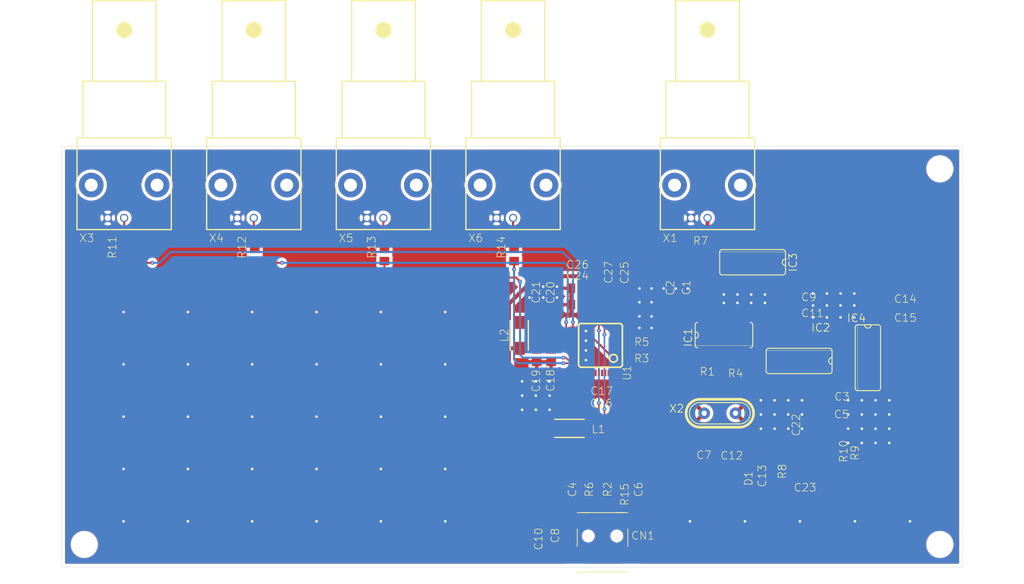
<source format=kicad_pcb>
(kicad_pcb (version 20171130) (host pcbnew 5.1.10)
  (layers (0 Top signal) (31 Bottom signal) (34 B.Paste user) (35 F.Paste user) (36 B.SilkS user) (37 F.SilkS user) (38 B.Mask user) (39 F.Mask user) (44 Edge.Cuts user))
  (net 0 "")
  (net 1 GND)
  (net 2 N$1)
  (net 3 +5V)
  (net 4 USB_DP)
  (net 5 USB_DM)
  (net 6 12M)
  (net 7 INP_A)
  (net 8 INP_B)
  (net 9 N$3)
  (net 10 N$4)
  (net 11 N$5)
  (net 12 N$6)
  (net 13 OUT_A)
  (net 14 OUT_B)
  (net 15 N$11)
  (net 16 N$13)
  (net 17 N$10)
  (net 18 N$8)
  (net 19 N$14)
  (net 20 N$17)
  (net 21 N$18)
  (net 22 V_TUNE)
  (net 23 N$19)
  (net 24 N$20)
  (net 25 N$21)
  (net 26 N$23)
  (net 27 N$26)
  (net 28 N$27)
  (net 29 N$7)
  (net 30 N$22)
  (net 31 DP)
  (net 32 N$2)
  (net 33 N$9)
  (module MountingHole:MountingHole_3.2mm_M3_ISO7380 (layer Top) (at 82.5 134)
    (fp_text reference " " (at 0 -3.85) (layer F.SilkS))
    (fp_text value MountingHole_3.2mm_M3_ISO7380)
    (pad 1 np_thru_hole circle (at 0 0) (size 3.2 3.2) (drill 3.2) (layers *.Cu *.Mask))
  )
  (module MountingHole:MountingHole_3.2mm_M3_ISO7380 (layer Top) (at 214.5 134)
    (fp_text reference " " (at 0 -3.85) (layer F.SilkS))
    (fp_text value MountingHole_3.2mm_M3_ISO7380)
    (pad 1 np_thru_hole circle (at 0 0) (size 3.2 3.2) (drill 3.2) (layers *.Cu *.Mask))
  )
  (module MountingHole:MountingHole_3.2mm_M3_ISO7380 (layer Top) (at 214.5 76)
    (fp_text reference " " (at -6 0.5) (layer F.SilkS))
    (fp_text value MountingHole_3.2mm_M3_ISO7380)
    (pad 1 np_thru_hole circle (at 0 0) (size 3.2 3.2) (drill 3.2) (layers *.Cu *.Mask))
  )
  (module SO16 (layer Top) (at 192.786 105.664 180)
    (fp_text reference IC2 (at -4.8895 5.842) (layer F.SilkS) (effects (font (size 1.2065 1.2065) (thickness 0.127)) (justify right top)))
    (fp_text value 74HCT4017D)
    (pad 9 smd rect (at 4.445 -3.0734 180) (size 0.6604 2.032) (layers Top F.Paste F.Mask))
    (pad 8 smd rect (at 4.445 3.0734 180) (size 0.6604 2.032) (layers Top F.Paste F.Mask) (net 1 GND))
    (pad 10 smd rect (at 3.175 -3.0734 180) (size 0.6604 2.032) (layers Top F.Paste F.Mask))
    (pad 11 smd rect (at 1.905 -3.0734 180) (size 0.6604 2.032) (layers Top F.Paste F.Mask))
    (pad 7 smd rect (at 3.175 3.0734 180) (size 0.6604 2.032) (layers Top F.Paste F.Mask))
    (pad 6 smd rect (at 1.905 3.0734 180) (size 0.6604 2.032) (layers Top F.Paste F.Mask))
    (pad 12 smd rect (at 0.635 -3.0734 180) (size 0.6604 2.032) (layers Top F.Paste F.Mask))
    (pad 5 smd rect (at 0.635 3.0734 180) (size 0.6604 2.032) (layers Top F.Paste F.Mask) (net 17 N$10))
    (pad 13 smd rect (at -0.635 -3.0734 180) (size 0.6604 2.032) (layers Top F.Paste F.Mask) (net 1 GND))
    (pad 4 smd rect (at -0.635 3.0734 180) (size 0.6604 2.032) (layers Top F.Paste F.Mask))
    (pad 14 smd rect (at -1.905 -3.0734 180) (size 0.6604 2.032) (layers Top F.Paste F.Mask) (net 23 N$19))
    (pad 15 smd rect (at -3.175 -3.0734 180) (size 0.6604 2.032) (layers Top F.Paste F.Mask) (net 17 N$10))
    (pad 3 smd rect (at -1.905 3.0734 180) (size 0.6604 2.032) (layers Top F.Paste F.Mask))
    (pad 2 smd rect (at -3.175 3.0734 180) (size 0.6604 2.032) (layers Top F.Paste F.Mask))
    (pad 16 smd rect (at -4.445 -3.0734 180) (size 0.6604 2.032) (layers Top F.Paste F.Mask) (net 3 +5V))
    (pad 1 smd rect (at -4.445 3.0734 180) (size 0.6604 2.032) (layers Top F.Paste F.Mask))
  )
  (module C0805 (layer Top) (at 205.5139 98.6411 180)
    (fp_text reference C15 (at -5.4966 0.3431 180) (layer F.SilkS) (effects (font (size 1.2065 1.2065) (thickness 0.1016)) (justify right top)))
    (fp_text value 100n)
    (pad 2 smd rect (at 0.95 0 180) (size 1.3 1.5) (layers Top F.Paste F.Mask) (net 1 GND))
    (pad 1 smd rect (at -0.95 0 180) (size 1.3 1.5) (layers Top F.Paste F.Mask) (net 3 +5V))
  )
  (module C0805 (layer Top) (at 205.5139 95.7836 180)
    (fp_text reference C14 (at -5.4966 0.4066 180) (layer F.SilkS) (effects (font (size 1.2065 1.2065) (thickness 0.1016)) (justify right top)))
    (fp_text value 1u/10V)
    (pad 2 smd rect (at 0.95 0 180) (size 1.3 1.5) (layers Top F.Paste F.Mask) (net 1 GND))
    (pad 1 smd rect (at -0.95 0 180) (size 1.3 1.5) (layers Top F.Paste F.Mask) (net 3 +5V))
  )
  (module C0805 (layer Top) (at 175.26 97.6502 90)
    (fp_text reference C1 (at 2.0827 -0.5715 270) (layer F.SilkS) (effects (font (size 1.2065 1.2065) (thickness 0.1016)) (justify left top)))
    (fp_text value 1u/10V)
    (pad 2 smd rect (at 0.95 0 90) (size 1.3 1.5) (layers Top F.Paste F.Mask) (net 1 GND))
    (pad 1 smd rect (at -0.95 0 90) (size 1.3 1.5) (layers Top F.Paste F.Mask) (net 3 +5V))
  )
  (module C1206 (layer Top) (at 152.7175 128.7145 270)
    (fp_text reference C10 (at 2.6035 -0.5715 90) (layer F.SilkS) (effects (font (size 1.2065 1.2065) (thickness 0.1016)) (justify right bottom)))
    (fp_text value 10u/10V)
    (pad 2 smd rect (at 1.4 0 270) (size 1.6 1.8) (layers Top F.Paste F.Mask) (net 1 GND))
    (pad 1 smd rect (at -1.4 0 270) (size 1.6 1.8) (layers Top F.Paste F.Mask) (net 3 +5V))
  )
  (module C0805 (layer Top) (at 191.0055 98.4351)
    (fp_text reference C11 (at 2.0345 0.5614) (layer F.SilkS) (effects (font (size 1.2065 1.2065) (thickness 0.1016)) (justify left bottom)))
    (fp_text value 100n)
    (pad 2 smd rect (at 0.95 0) (size 1.3 1.5) (layers Top F.Paste F.Mask) (net 1 GND))
    (pad 1 smd rect (at -0.95 0) (size 1.3 1.5) (layers Top F.Paste F.Mask) (net 3 +5V))
  )
  (module C0805 (layer Top) (at 183.0961 118.1836 180)
    (fp_text reference C12 (at -1.1174 -1.3869 180) (layer F.SilkS) (effects (font (size 1.2065 1.2065) (thickness 0.1016)) (justify right top)))
    (fp_text value 12p)
    (pad 2 smd rect (at 0.95 0 180) (size 1.3 1.5) (layers Top F.Paste F.Mask) (net 1 GND))
    (pad 1 smd rect (at -0.95 0 180) (size 1.3 1.5) (layers Top F.Paste F.Mask) (net 19 N$14))
  )
  (module C0805 (layer Top) (at 186.9061 119.4536 270)
    (fp_text reference C13 (at 2.1489 0.5336 270) (layer F.SilkS) (effects (font (size 1.2065 1.2065) (thickness 0.1016)) (justify right top)))
    (fp_text value 12p)
    (pad 2 smd rect (at 0.95 0 270) (size 1.3 1.5) (layers Top F.Paste F.Mask) (net 21 N$18))
    (pad 1 smd rect (at -0.95 0 270) (size 1.3 1.5) (layers Top F.Paste F.Mask) (net 19 N$14))
  )
  (module C0805 (layer Top) (at 158.4411 112.3315 180)
    (fp_text reference C16 (at -5.6429 -0.5715) (layer F.SilkS) (effects (font (size 1.2065 1.2065) (thickness 0.1016)) (justify right bottom)))
    (fp_text value 100n)
    (pad 2 smd rect (at 0.95 0 180) (size 1.3 1.5) (layers Top F.Paste F.Mask) (net 1 GND))
    (pad 1 smd rect (at -0.95 0 180) (size 1.3 1.5) (layers Top F.Paste F.Mask) (net 29 N$7))
  )
  (module C0805 (layer Top) (at 158.4411 110.0455 180)
    (fp_text reference C17 (at -5.7064 0.4445 180) (layer F.SilkS) (effects (font (size 1.2065 1.2065) (thickness 0.1016)) (justify right top)))
    (fp_text value 10u/10V)
    (pad 2 smd rect (at 0.95 0 180) (size 1.3 1.5) (layers Top F.Paste F.Mask) (net 1 GND))
    (pad 1 smd rect (at -0.95 0 180) (size 1.3 1.5) (layers Top F.Paste F.Mask) (net 29 N$7))
  )
  (module C0805 (layer Top) (at 154.5211 104.8486 90)
    (fp_text reference C18 (at -5.6414 0.6094 90) (layer F.SilkS) (effects (font (size 1.2065 1.2065) (thickness 0.1016)) (justify left bottom)))
    (fp_text value 100n)
    (pad 2 smd rect (at 0.95 0 90) (size 1.3 1.5) (layers Top F.Paste F.Mask) (net 15 N$11))
    (pad 1 smd rect (at -0.95 0 90) (size 1.3 1.5) (layers Top F.Paste F.Mask) (net 1 GND))
  )
  (module C0805 (layer Top) (at 152.2986 104.8486 90)
    (fp_text reference C19 (at -5.7049 0.6094 90) (layer F.SilkS) (effects (font (size 1.2065 1.2065) (thickness 0.1016)) (justify left bottom)))
    (fp_text value 22u/10V)
    (pad 2 smd rect (at 0.95 0 90) (size 1.3 1.5) (layers Top F.Paste F.Mask) (net 16 N$13))
    (pad 1 smd rect (at -0.95 0 90) (size 1.3 1.5) (layers Top F.Paste F.Mask) (net 1 GND))
  )
  (module C0805 (layer Top) (at 172.847 97.6502 90)
    (fp_text reference C2 (at 2.0192 -0.635 270) (layer F.SilkS) (effects (font (size 1.2065 1.2065) (thickness 0.1016)) (justify left top)))
    (fp_text value 100n)
    (pad 2 smd rect (at 0.95 0 90) (size 1.3 1.5) (layers Top F.Paste F.Mask) (net 1 GND))
    (pad 1 smd rect (at -0.95 0 90) (size 1.3 1.5) (layers Top F.Paste F.Mask) (net 3 +5V))
  )
  (module C0805 (layer Top) (at 154.5211 98.7681 270)
    (fp_text reference C20 (at -5.4866 -0.6094 90) (layer F.SilkS) (effects (font (size 1.2065 1.2065) (thickness 0.1016)) (justify right bottom)))
    (fp_text value 10u/10V)
    (pad 2 smd rect (at 0.95 0 270) (size 1.3 1.5) (layers Top F.Paste F.Mask) (net 30 N$22))
    (pad 1 smd rect (at -0.95 0 270) (size 1.3 1.5) (layers Top F.Paste F.Mask) (net 1 GND))
  )
  (module C0805 (layer Top) (at 152.2986 98.7681 270)
    (fp_text reference C21 (at -5.5501 -0.6094 90) (layer F.SilkS) (effects (font (size 1.2065 1.2065) (thickness 0.1016)) (justify right bottom)))
    (fp_text value 100n)
    (pad 2 smd rect (at 0.95 0 270) (size 1.3 1.5) (layers Top F.Paste F.Mask) (net 30 N$22))
    (pad 1 smd rect (at -0.95 0 270) (size 1.3 1.5) (layers Top F.Paste F.Mask) (net 1 GND))
  )
  (module C0805 (layer Top) (at 192.5854 119.4691 270)
    (fp_text reference C22 (at -5.7406 -0.4546 90) (layer F.SilkS) (effects (font (size 1.2065 1.2065) (thickness 0.1016)) (justify right bottom)))
    (fp_text value TBF)
    (pad 2 smd rect (at 0.95 0 270) (size 1.3 1.5) (layers Top F.Paste F.Mask) (net 1 GND))
    (pad 1 smd rect (at -0.95 0 270) (size 1.3 1.5) (layers Top F.Paste F.Mask) (net 22 V_TUNE))
  )
  (module C0805 (layer Top) (at 193.8554 123.2791)
    (fp_text reference C23 (at -1.9584 2.6414) (layer F.SilkS) (effects (font (size 1.2065 1.2065) (thickness 0.1016)) (justify left bottom)))
    (fp_text value TBF)
    (pad 2 smd rect (at 0.95 0) (size 1.3 1.5) (layers Top F.Paste F.Mask) (net 26 N$23))
    (pad 1 smd rect (at -0.95 0) (size 1.3 1.5) (layers Top F.Paste F.Mask) (net 1 GND))
  )
  (module C0805 (layer Top) (at 158.5339 96.9746)
    (fp_text reference C24 (at -1.7524 -3.7566) (layer F.SilkS) (effects (font (size 1.2065 1.2065) (thickness 0.1016)) (justify left bottom)))
    (fp_text value 100n)
    (pad 2 smd rect (at 0.95 0) (size 1.3 1.5) (layers Top F.Paste F.Mask) (net 3 +5V))
    (pad 1 smd rect (at -0.95 0) (size 1.3 1.5) (layers Top F.Paste F.Mask) (net 1 GND))
  )
  (module C0805 (layer Top) (at 165.9356 96.0499 90)
    (fp_text reference C25 (at 2.1969 0.6249 90) (layer F.SilkS) (effects (font (size 1.2065 1.2065) (thickness 0.1016)) (justify left bottom)))
    (fp_text value 100n)
    (pad 2 smd rect (at 0.95 0 90) (size 1.3 1.5) (layers Top F.Paste F.Mask) (net 1 GND))
    (pad 1 smd rect (at -0.95 0 90) (size 1.3 1.5) (layers Top F.Paste F.Mask) (net 28 N$27))
  )
  (module C0805 (layer Top) (at 158.5339 94.4346)
    (fp_text reference C26 (at -1.7524 -2.9311) (layer F.SilkS) (effects (font (size 1.2065 1.2065) (thickness 0.1016)) (justify left bottom)))
    (fp_text value 22u/10V)
    (pad 2 smd rect (at 0.95 0) (size 1.3 1.5) (layers Top F.Paste F.Mask) (net 3 +5V))
    (pad 1 smd rect (at -0.95 0) (size 1.3 1.5) (layers Top F.Paste F.Mask) (net 1 GND))
  )
  (module C0805 (layer Top) (at 163.3956 96.0499 90)
    (fp_text reference C27 (at 2.2604 0.6884 90) (layer F.SilkS) (effects (font (size 1.2065 1.2065) (thickness 0.1016)) (justify left bottom)))
    (fp_text value 22u/10V)
    (pad 2 smd rect (at 0.95 0 90) (size 1.3 1.5) (layers Top F.Paste F.Mask) (net 1 GND))
    (pad 1 smd rect (at -0.95 0 90) (size 1.3 1.5) (layers Top F.Paste F.Mask) (net 28 N$27))
  )
  (module C0805 (layer Top) (at 196.281 111.3054 180)
    (fp_text reference C3 (at -4.379 -0.5816) (layer F.SilkS) (effects (font (size 1.2065 1.2065) (thickness 0.1016)) (justify right bottom)))
    (fp_text value 1u/10V)
    (pad 2 smd rect (at 0.95 0 180) (size 1.3 1.5) (layers Top F.Paste F.Mask) (net 1 GND))
    (pad 1 smd rect (at -0.95 0 180) (size 1.3 1.5) (layers Top F.Paste F.Mask) (net 3 +5V))
  )
  (module C0805 (layer Top) (at 158.0136 122.3111 90)
    (fp_text reference C4 (at -4.4349 0.4824 90) (layer F.SilkS) (effects (font (size 1.2065 1.2065) (thickness 0.1016)) (justify left bottom)))
    (fp_text value 100p)
    (pad 2 smd rect (at 0.95 0 90) (size 1.3 1.5) (layers Top F.Paste F.Mask) (net 1 GND))
    (pad 1 smd rect (at -0.95 0 90) (size 1.3 1.5) (layers Top F.Paste F.Mask) (net 2 N$1))
  )
  (module C0805 (layer Top) (at 196.281 113.8454 180)
    (fp_text reference C5 (at -4.3155 -0.7721) (layer F.SilkS) (effects (font (size 1.2065 1.2065) (thickness 0.1016)) (justify right bottom)))
    (fp_text value 100n)
    (pad 2 smd rect (at 0.95 0 180) (size 1.3 1.5) (layers Top F.Paste F.Mask) (net 1 GND))
    (pad 1 smd rect (at -0.95 0 180) (size 1.3 1.5) (layers Top F.Paste F.Mask) (net 3 +5V))
  )
  (module C0805 (layer Top) (at 168.0845 122.3111 90)
    (fp_text reference C6 (at -4.4349 0.635 90) (layer F.SilkS) (effects (font (size 1.2065 1.2065) (thickness 0.1016)) (justify left bottom)))
    (fp_text value 100p)
    (pad 2 smd rect (at 0.95 0 90) (size 1.3 1.5) (layers Top F.Paste F.Mask) (net 1 GND))
    (pad 1 smd rect (at -0.95 0 90) (size 1.3 1.5) (layers Top F.Paste F.Mask) (net 31 DP))
  )
  (module C0805 (layer Top) (at 178.0161 118.1836)
    (fp_text reference C7 (at -1.1686 2.7204) (layer F.SilkS) (effects (font (size 1.2065 1.2065) (thickness 0.1016)) (justify left bottom)))
    (fp_text value 18p)
    (pad 2 smd rect (at 0.95 0) (size 1.3 1.5) (layers Top F.Paste F.Mask) (net 1 GND))
    (pad 1 smd rect (at -0.95 0) (size 1.3 1.5) (layers Top F.Paste F.Mask) (net 18 N$8))
  )
  (module C1206 (layer Top) (at 155.067 128.7145 270)
    (fp_text reference C8 (at 2.667 0.635 270) (layer F.SilkS) (effects (font (size 1.2065 1.2065) (thickness 0.1016)) (justify right top)))
    (fp_text value 10u/10V)
    (pad 2 smd rect (at 1.4 0 270) (size 1.6 1.8) (layers Top F.Paste F.Mask) (net 1 GND))
    (pad 1 smd rect (at -1.4 0 270) (size 1.6 1.8) (layers Top F.Paste F.Mask) (net 3 +5V))
  )
  (module C0805 (layer Top) (at 191.0055 95.8951)
    (fp_text reference C9 (at 2.0345 0.6249) (layer F.SilkS) (effects (font (size 1.2065 1.2065) (thickness 0.1016)) (justify left bottom)))
    (fp_text value 1u/10V)
    (pad 2 smd rect (at 0.95 0) (size 1.3 1.5) (layers Top F.Paste F.Mask) (net 1 GND))
    (pad 1 smd rect (at -0.95 0) (size 1.3 1.5) (layers Top F.Paste F.Mask) (net 3 +5V))
  )
  (module USB-MINIB (layer Top) (at 162.4586 133.6936)
    (fp_text reference CN1 (at 4.3559 -0.3436) (layer F.SilkS) (effects (font (size 1.2065 1.2065) (thickness 0.1016)) (justify left bottom)))
    (fp_text value "")
    (pad "" np_thru_hole circle (at 2.2 -1) (size 1 1) (drill 1) (layers *.Cu *.Mask))
    (pad "" np_thru_hole circle (at -2.2 -1) (size 1 1) (drill 1) (layers *.Cu *.Mask))
    (pad GND4 smd rect (at 4.4 2) (size 2 2.4) (layers Top F.Paste F.Mask))
    (pad GND3 smd rect (at 4.4 -3.5) (size 2 2.4) (layers Top F.Paste F.Mask))
    (pad GND1 smd rect (at -4.4 2) (size 2 2.4) (layers Top F.Paste F.Mask))
    (pad GND smd rect (at 1.6 -4.064 180) (size 0.5 2.308) (layers Top F.Paste F.Mask) (net 1 GND))
    (pad ID smd rect (at 0.8 -4.064 180) (size 0.5 2.308) (layers Top F.Paste F.Mask))
    (pad D+ smd rect (at 0 -4.064 180) (size 0.5 2.308) (layers Top F.Paste F.Mask) (net 31 DP))
    (pad D- smd rect (at -0.8 -4.064 180) (size 0.5 2.308) (layers Top F.Paste F.Mask) (net 2 N$1))
    (pad VBUS smd rect (at -1.6 -4.064 180) (size 0.5 2.308) (layers Top F.Paste F.Mask) (net 3 +5V))
    (pad GND2 smd rect (at -4.4 -3.5) (size 2 2.4) (layers Top F.Paste F.Mask))
  )
  (module SOD523 (layer Top) (at 184.8485 121.0036 270)
    (fp_text reference D1 (at 1.5514 0.5715 270) (layer F.SilkS) (effects (font (size 1.2065 1.2065) (thickness 0.1016)) (justify right top)))
    (fp_text value BB181)
    (pad C smd rect (at -0.6 0 270) (size 0.7 0.5) (layers Top F.Paste F.Mask) (net 21 N$18))
    (pad A smd rect (at 0.7 0 270) (size 0.7 0.5) (layers Top F.Paste F.Mask) (net 1 GND))
  )
  (module SO14 (layer Top) (at 181.1911 101.6736)
    (fp_text reference IC1 (at -4.826 1.905 90) (layer F.SilkS) (effects (font (size 1.2065 1.2065) (thickness 0.127)) (justify left bottom)))
    (fp_text value 74HCT04D)
    (pad 8 smd rect (at 3.81 -3.0734) (size 0.6604 2.032) (layers Top F.Paste F.Mask))
    (pad 7 smd rect (at 3.81 3.0734) (size 0.6604 2.032) (layers Top F.Paste F.Mask) (net 1 GND))
    (pad 9 smd rect (at 2.54 -3.0734) (size 0.6604 2.032) (layers Top F.Paste F.Mask) (net 1 GND))
    (pad 10 smd rect (at 1.27 -3.0734) (size 0.6604 2.032) (layers Top F.Paste F.Mask))
    (pad 6 smd rect (at 2.54 3.0734) (size 0.6604 2.032) (layers Top F.Paste F.Mask) (net 27 N$26))
    (pad 5 smd rect (at 1.27 3.0734) (size 0.6604 2.032) (layers Top F.Paste F.Mask) (net 23 N$19))
    (pad 11 smd rect (at 0 -3.0734) (size 0.6604 2.032) (layers Top F.Paste F.Mask) (net 1 GND))
    (pad 4 smd rect (at 0 3.0734) (size 0.6604 2.032) (layers Top F.Paste F.Mask) (net 23 N$19))
    (pad 12 smd rect (at -1.27 -3.0734) (size 0.6604 2.032) (layers Top F.Paste F.Mask) (net 24 N$20))
    (pad 13 smd rect (at -2.54 -3.0734) (size 0.6604 2.032) (layers Top F.Paste F.Mask) (net 33 N$9))
    (pad 3 smd rect (at -1.27 3.0734) (size 0.6604 2.032) (layers Top F.Paste F.Mask) (net 20 N$17))
    (pad 2 smd rect (at -2.54 3.0734) (size 0.6604 2.032) (layers Top F.Paste F.Mask) (net 20 N$17))
    (pad 14 smd rect (at -3.81 -3.0734) (size 0.6604 2.032) (layers Top F.Paste F.Mask) (net 3 +5V))
    (pad 1 smd rect (at -3.81 3.0734) (size 0.6604 2.032) (layers Top F.Paste F.Mask) (net 18 N$8))
  )
  (module SO16 (layer Top) (at 185.6105 90.424 180)
    (fp_text reference IC3 (at -5.5245 1.524 270) (layer F.SilkS) (effects (font (size 1.2065 1.2065) (thickness 0.127)) (justify right top)))
    (fp_text value 74HCT4017D)
    (pad 9 smd rect (at 4.445 -3.0734 180) (size 0.6604 2.032) (layers Top F.Paste F.Mask))
    (pad 8 smd rect (at 4.445 3.0734 180) (size 0.6604 2.032) (layers Top F.Paste F.Mask) (net 1 GND))
    (pad 10 smd rect (at 3.175 -3.0734 180) (size 0.6604 2.032) (layers Top F.Paste F.Mask))
    (pad 11 smd rect (at 1.905 -3.0734 180) (size 0.6604 2.032) (layers Top F.Paste F.Mask))
    (pad 7 smd rect (at 3.175 3.0734 180) (size 0.6604 2.032) (layers Top F.Paste F.Mask))
    (pad 6 smd rect (at 1.905 3.0734 180) (size 0.6604 2.032) (layers Top F.Paste F.Mask))
    (pad 12 smd rect (at 0.635 -3.0734 180) (size 0.6604 2.032) (layers Top F.Paste F.Mask))
    (pad 5 smd rect (at 0.635 3.0734 180) (size 0.6604 2.032) (layers Top F.Paste F.Mask))
    (pad 13 smd rect (at -0.635 -3.0734 180) (size 0.6604 2.032) (layers Top F.Paste F.Mask) (net 1 GND))
    (pad 4 smd rect (at -0.635 3.0734 180) (size 0.6604 2.032) (layers Top F.Paste F.Mask))
    (pad 14 smd rect (at -1.905 -3.0734 180) (size 0.6604 2.032) (layers Top F.Paste F.Mask) (net 24 N$20))
    (pad 15 smd rect (at -3.175 -3.0734 180) (size 0.6604 2.032) (layers Top F.Paste F.Mask) (net 32 N$2))
    (pad 3 smd rect (at -1.905 3.0734 180) (size 0.6604 2.032) (layers Top F.Paste F.Mask))
    (pad 2 smd rect (at -3.175 3.0734 180) (size 0.6604 2.032) (layers Top F.Paste F.Mask))
    (pad 16 smd rect (at -4.445 -3.0734 180) (size 0.6604 2.032) (layers Top F.Paste F.Mask) (net 3 +5V))
    (pad 1 smd rect (at -4.445 3.0734 180) (size 0.6604 2.032) (layers Top F.Paste F.Mask) (net 32 N$2))
  )
  (module SO16 (layer Top) (at 203.3905 105.1661 270)
    (fp_text reference IC4 (at -5.4076 3.302) (layer F.SilkS) (effects (font (size 1.2065 1.2065) (thickness 0.127)) (justify left bottom)))
    (fp_text value 74HCT4046D)
    (pad 9 smd rect (at 4.445 -3.0734 270) (size 0.6604 2.032) (layers Top F.Paste F.Mask) (net 1 GND))
    (pad 8 smd rect (at 4.445 3.0734 270) (size 0.6604 2.032) (layers Top F.Paste F.Mask) (net 1 GND))
    (pad 10 smd rect (at 3.175 -3.0734 270) (size 0.6604 2.032) (layers Top F.Paste F.Mask))
    (pad 11 smd rect (at 1.905 -3.0734 270) (size 0.6604 2.032) (layers Top F.Paste F.Mask))
    (pad 7 smd rect (at 3.175 3.0734 270) (size 0.6604 2.032) (layers Top F.Paste F.Mask))
    (pad 6 smd rect (at 1.905 3.0734 270) (size 0.6604 2.032) (layers Top F.Paste F.Mask))
    (pad 12 smd rect (at 0.635 -3.0734 270) (size 0.6604 2.032) (layers Top F.Paste F.Mask))
    (pad 5 smd rect (at 0.635 3.0734 270) (size 0.6604 2.032) (layers Top F.Paste F.Mask) (net 3 +5V))
    (pad 13 smd rect (at -0.635 -3.0734 270) (size 0.6604 2.032) (layers Top F.Paste F.Mask) (net 25 N$21))
    (pad 4 smd rect (at -0.635 3.0734 270) (size 0.6604 2.032) (layers Top F.Paste F.Mask))
    (pad 14 smd rect (at -1.905 -3.0734 270) (size 0.6604 2.032) (layers Top F.Paste F.Mask) (net 32 N$2))
    (pad 15 smd rect (at -3.175 -3.0734 270) (size 0.6604 2.032) (layers Top F.Paste F.Mask))
    (pad 3 smd rect (at -1.905 3.0734 270) (size 0.6604 2.032) (layers Top F.Paste F.Mask) (net 17 N$10))
    (pad 2 smd rect (at -3.175 3.0734 270) (size 0.6604 2.032) (layers Top F.Paste F.Mask))
    (pad 16 smd rect (at -4.445 -3.0734 270) (size 0.6604 2.032) (layers Top F.Paste F.Mask) (net 3 +5V))
    (pad 1 smd rect (at -4.445 3.0734 270) (size 0.6604 2.032) (layers Top F.Paste F.Mask))
  )
  (module SM-B5 (layer Top) (at 157.353 116.078 180)
    (fp_text reference L1 (at -5.588 0.5715 180) (layer F.SilkS) (effects (font (size 1.2065 1.2065) (thickness 0.1016)) (justify right top)))
    (fp_text value BEAD)
    (pad 2 smd rect (at 2 0 180) (size 2 1.7) (layers Top F.Paste F.Mask) (net 3 +5V))
    (pad 1 smd rect (at -2 0 180) (size 2 1.7) (layers Top F.Paste F.Mask) (net 29 N$7))
  )
  (module SM-B5 (layer Top) (at 149.606 101.7181 270)
    (fp_text reference L2 (at -1.1341 2.9845 270) (layer F.SilkS) (effects (font (size 1.2065 1.2065) (thickness 0.1016)) (justify right top)))
    (fp_text value BEAD)
    (pad 2 smd rect (at 2 0 270) (size 2 1.7) (layers Top F.Paste F.Mask) (net 3 +5V))
    (pad 1 smd rect (at -2 0 270) (size 2 1.7) (layers Top F.Paste F.Mask) (net 30 N$22))
  )
  (module R0805 (layer Top) (at 178.0161 109.2936)
    (fp_text reference R1 (at -0.635 -1.27) (layer F.SilkS) (effects (font (size 1.2065 1.2065) (thickness 0.1016)) (justify left bottom)))
    (fp_text value 1M)
    (pad 2 smd rect (at 0.95 0) (size 1.3 1.5) (layers Top F.Paste F.Mask) (net 20 N$17))
    (pad 1 smd rect (at -0.95 0) (size 1.3 1.5) (layers Top F.Paste F.Mask) (net 18 N$8))
  )
  (module R0805 (layer Top) (at 195.1254 119.4691 270)
    (fp_text reference R10 (at -1.6766 -5.2171 90) (layer F.SilkS) (effects (font (size 1.2065 1.2065) (thickness 0.1016)) (justify right bottom)))
    (fp_text value TBF)
    (pad 2 smd rect (at 0.95 0 270) (size 1.3 1.5) (layers Top F.Paste F.Mask) (net 26 N$23))
    (pad 1 smd rect (at -0.95 0 270) (size 1.3 1.5) (layers Top F.Paste F.Mask) (net 22 V_TUNE))
  )
  (module R0805 (layer Top) (at 88.8011 89.2911 90)
    (fp_text reference R11 (at -0.635 -1.27 90) (layer F.SilkS) (effects (font (size 1.2065 1.2065) (thickness 0.1016)) (justify left bottom)))
    (fp_text value 1k)
    (pad 2 smd rect (at 0.95 0 90) (size 1.3 1.5) (layers Top F.Paste F.Mask) (net 12 N$6))
    (pad 1 smd rect (at -0.95 0 90) (size 1.3 1.5) (layers Top F.Paste F.Mask) (net 7 INP_A))
  )
  (module R0805 (layer Top) (at 108.7986 89.2911 90)
    (fp_text reference R12 (at -0.635 -1.27 90) (layer F.SilkS) (effects (font (size 1.2065 1.2065) (thickness 0.1016)) (justify left bottom)))
    (fp_text value 1k)
    (pad 2 smd rect (at 0.95 0 90) (size 1.3 1.5) (layers Top F.Paste F.Mask) (net 11 N$5))
    (pad 1 smd rect (at -0.95 0 90) (size 1.3 1.5) (layers Top F.Paste F.Mask) (net 8 INP_B))
  )
  (module R0805 (layer Top) (at 128.8036 89.2911 90)
    (fp_text reference R13 (at -0.635 -1.27 90) (layer F.SilkS) (effects (font (size 1.2065 1.2065) (thickness 0.1016)) (justify left bottom)))
    (fp_text value 47R)
    (pad 2 smd rect (at 0.95 0 90) (size 1.3 1.5) (layers Top F.Paste F.Mask) (net 9 N$3))
    (pad 1 smd rect (at -0.95 0 90) (size 1.3 1.5) (layers Top F.Paste F.Mask) (net 13 OUT_A))
  )
  (module R0805 (layer Top) (at 148.8061 89.2911 90)
    (fp_text reference R14 (at -0.635 -1.27 90) (layer F.SilkS) (effects (font (size 1.2065 1.2065) (thickness 0.1016)) (justify left bottom)))
    (fp_text value 47R)
    (pad 2 smd rect (at 0.95 0 90) (size 1.3 1.5) (layers Top F.Paste F.Mask) (net 10 N$4))
    (pad 1 smd rect (at -0.95 0 90) (size 1.3 1.5) (layers Top F.Paste F.Mask) (net 14 OUT_B))
  )
  (module R0805 (layer Top) (at 165.735 122.3111 270)
    (fp_text reference R15 (at 2.1489 0.5715 270) (layer F.SilkS) (effects (font (size 1.2065 1.2065) (thickness 0.1016)) (justify right top)))
    (fp_text value 1.5k)
    (pad 2 smd rect (at 0.95 0 270) (size 1.3 1.5) (layers Top F.Paste F.Mask) (net 31 DP))
    (pad 1 smd rect (at -0.95 0 270) (size 1.3 1.5) (layers Top F.Paste F.Mask) (net 28 N$27))
  )
  (module R0805 (layer Top) (at 163.4111 122.3111 90)
    (fp_text reference R2 (at -4.4349 0.5459 90) (layer F.SilkS) (effects (font (size 1.2065 1.2065) (thickness 0.1016)) (justify left bottom)))
    (fp_text value 22R)
    (pad 2 smd rect (at 0.95 0 90) (size 1.3 1.5) (layers Top F.Paste F.Mask) (net 4 USB_DP))
    (pad 1 smd rect (at -0.95 0 90) (size 1.3 1.5) (layers Top F.Paste F.Mask) (net 31 DP))
  )
  (module R0805 (layer Top) (at 171.6661 105.4836)
    (fp_text reference R3 (at -4.4071 0.4979) (layer F.SilkS) (effects (font (size 1.2065 1.2065) (thickness 0.1016)) (justify left bottom)))
    (fp_text value 22k)
    (pad 2 smd rect (at 0.95 0) (size 1.3 1.5) (layers Top F.Paste F.Mask) (net 1 GND))
    (pad 1 smd rect (at -0.95 0) (size 1.3 1.5) (layers Top F.Paste F.Mask) (net 6 12M))
  )
  (module R0805 (layer Top) (at 183.0961 109.2936 180)
    (fp_text reference R4 (at -1.1174 2.4231 180) (layer F.SilkS) (effects (font (size 1.2065 1.2065) (thickness 0.1016)) (justify right top)))
    (fp_text value 1.2k)
    (pad 2 smd rect (at 0.95 0 180) (size 1.3 1.5) (layers Top F.Paste F.Mask) (net 20 N$17))
    (pad 1 smd rect (at -0.95 0 180) (size 1.3 1.5) (layers Top F.Paste F.Mask) (net 19 N$14))
  )
  (module R0805 (layer Top) (at 171.6661 102.9436)
    (fp_text reference R5 (at -4.4071 0.4979) (layer F.SilkS) (effects (font (size 1.2065 1.2065) (thickness 0.1016)) (justify left bottom)))
    (fp_text value 10k)
    (pad 2 smd rect (at 0.95 0) (size 1.3 1.5) (layers Top F.Paste F.Mask) (net 27 N$26))
    (pad 1 smd rect (at -0.95 0) (size 1.3 1.5) (layers Top F.Paste F.Mask) (net 6 12M))
  )
  (module R0805 (layer Top) (at 160.5536 122.3111 90)
    (fp_text reference R6 (at -4.4349 0.5459 90) (layer F.SilkS) (effects (font (size 1.2065 1.2065) (thickness 0.1016)) (justify left bottom)))
    (fp_text value 22R)
    (pad 2 smd rect (at 0.95 0 90) (size 1.3 1.5) (layers Top F.Paste F.Mask) (net 5 USB_DM))
    (pad 1 smd rect (at -0.95 0 90) (size 1.3 1.5) (layers Top F.Paste F.Mask) (net 2 N$1))
  )
  (module R0805 (layer Top) (at 177.6986 89.0211)
    (fp_text reference R7 (at -1.3591 -1.2006) (layer F.SilkS) (effects (font (size 1.2065 1.2065) (thickness 0.1016)) (justify left bottom)))
    (fp_text value 47R)
    (pad 2 smd rect (at 0.95 0) (size 1.3 1.5) (layers Top F.Paste F.Mask) (net 33 N$9))
    (pad 1 smd rect (at -0.95 0) (size 1.3 1.5) (layers Top F.Paste F.Mask) (net 1 GND))
  )
  (module R0805 (layer Top) (at 190.0811 119.4536 270)
    (fp_text reference R8 (at 2.0219 0.5971 270) (layer F.SilkS) (effects (font (size 1.2065 1.2065) (thickness 0.1016)) (justify right top)))
    (fp_text value 100k)
    (pad 2 smd rect (at 0.95 0 270) (size 1.3 1.5) (layers Top F.Paste F.Mask) (net 21 N$18))
    (pad 1 smd rect (at -0.95 0 270) (size 1.3 1.5) (layers Top F.Paste F.Mask) (net 22 V_TUNE))
  )
  (module R0805 (layer Top) (at 197.6654 119.4691 270)
    (fp_text reference R9 (at -0.8511 -4.4551 90) (layer F.SilkS) (effects (font (size 1.2065 1.2065) (thickness 0.1016)) (justify right bottom)))
    (fp_text value TBF)
    (pad 2 smd rect (at 0.95 0 270) (size 1.3 1.5) (layers Top F.Paste F.Mask) (net 25 N$21))
    (pad 1 smd rect (at -0.95 0 270) (size 1.3 1.5) (layers Top F.Paste F.Mask) (net 22 V_TUNE))
  )
  (module LQFP-48 (layer Top) (at 162.1411 103.2611 90)
    (fp_text reference U1 (at -5.5144 4.8004 90) (layer F.SilkS) (effects (font (size 1.2065 1.2065) (thickness 0.1016)) (justify left bottom)))
    (fp_text value "")
    (pad 48 smd rect (at -4.25 2.75 90) (size 1.016 0.3175) (layers Top F.Paste F.Mask))
    (pad 47 smd rect (at -4.25 2.25 90) (size 1.016 0.3175) (layers Top F.Paste F.Mask))
    (pad 46 smd rect (at -4.25 1.75 90) (size 1.016 0.3175) (layers Top F.Paste F.Mask))
    (pad 45 smd rect (at -4.25 1.25 90) (size 1.016 0.3175) (layers Top F.Paste F.Mask))
    (pad 44 smd rect (at -4.25 0.75 90) (size 1.016 0.3175) (layers Top F.Paste F.Mask))
    (pad 43 smd rect (at -4.25 0.25 90) (size 1.016 0.3175) (layers Top F.Paste F.Mask))
    (pad 42 smd rect (at -4.25 -0.25 90) (size 1.016 0.3175) (layers Top F.Paste F.Mask) (net 1 GND))
    (pad 41 smd rect (at -4.25 -0.75 90) (size 1.016 0.3175) (layers Top F.Paste F.Mask))
    (pad 40 smd rect (at -4.25 -1.25 90) (size 1.016 0.3175) (layers Top F.Paste F.Mask))
    (pad 39 smd rect (at -4.25 -1.75 90) (size 1.016 0.3175) (layers Top F.Paste F.Mask))
    (pad 38 smd rect (at -4.25 -2.25 90) (size 1.016 0.3175) (layers Top F.Paste F.Mask))
    (pad 37 smd rect (at -4.25 -2.75 90) (size 1.016 0.3175) (layers Top F.Paste F.Mask) (net 29 N$7))
    (pad 36 smd rect (at -2.75 -4.25 90) (size 0.3175 1.016) (layers Top F.Paste F.Mask) (net 14 OUT_B))
    (pad 35 smd rect (at -2.25 -4.25 90) (size 0.3175 1.016) (layers Top F.Paste F.Mask) (net 13 OUT_A))
    (pad 34 smd rect (at -1.75 -4.25 90) (size 0.3175 1.016) (layers Top F.Paste F.Mask))
    (pad 33 smd rect (at -1.25 -4.25 90) (size 0.3175 1.016) (layers Top F.Paste F.Mask))
    (pad 32 smd rect (at -0.75 -4.25 90) (size 0.3175 1.016) (layers Top F.Paste F.Mask))
    (pad 31 smd rect (at -0.25 -4.25 90) (size 0.3175 1.016) (layers Top F.Paste F.Mask))
    (pad 30 smd rect (at 0.25 -4.25 90) (size 0.3175 1.016) (layers Top F.Paste F.Mask) (net 1 GND))
    (pad 29 smd rect (at 0.75 -4.25 90) (size 0.3175 1.016) (layers Top F.Paste F.Mask) (net 15 N$11))
    (pad 28 smd rect (at 1.25 -4.25 90) (size 0.3175 1.016) (layers Top F.Paste F.Mask) (net 16 N$13))
    (pad 27 smd rect (at 1.75 -4.25 90) (size 0.3175 1.016) (layers Top F.Paste F.Mask) (net 30 N$22))
    (pad 26 smd rect (at 2.25 -4.25 90) (size 0.3175 1.016) (layers Top F.Paste F.Mask) (net 8 INP_B))
    (pad 25 smd rect (at 2.75 -4.25 90) (size 0.3175 1.016) (layers Top F.Paste F.Mask) (net 7 INP_A))
    (pad 24 smd rect (at 4.25 -2.75 90) (size 1.016 0.3175) (layers Top F.Paste F.Mask))
    (pad 23 smd rect (at 4.25 -2.25 90) (size 1.016 0.3175) (layers Top F.Paste F.Mask))
    (pad 22 smd rect (at 4.25 -1.75 90) (size 1.016 0.3175) (layers Top F.Paste F.Mask) (net 1 GND))
    (pad 21 smd rect (at 4.25 -1.25 90) (size 1.016 0.3175) (layers Top F.Paste F.Mask) (net 3 +5V))
    (pad 20 smd rect (at 4.25 -0.75 90) (size 1.016 0.3175) (layers Top F.Paste F.Mask) (net 28 N$27))
    (pad 19 smd rect (at 4.25 -0.25 90) (size 1.016 0.3175) (layers Top F.Paste F.Mask) (net 5 USB_DM))
    (pad 18 smd rect (at 4.25 0.25 90) (size 1.016 0.3175) (layers Top F.Paste F.Mask) (net 4 USB_DP))
    (pad 17 smd rect (at 4.25 0.75 90) (size 1.016 0.3175) (layers Top F.Paste F.Mask))
    (pad 16 smd rect (at 4.25 1.25 90) (size 1.016 0.3175) (layers Top F.Paste F.Mask))
    (pad 15 smd rect (at 4.25 1.75 90) (size 1.016 0.3175) (layers Top F.Paste F.Mask))
    (pad 14 smd rect (at 4.25 2.25 90) (size 1.016 0.3175) (layers Top F.Paste F.Mask))
    (pad 13 smd rect (at 4.25 2.75 90) (size 1.016 0.3175) (layers Top F.Paste F.Mask))
    (pad 12 smd rect (at 2.75 4.25 90) (size 0.3175 1.016) (layers Top F.Paste F.Mask))
    (pad 11 smd rect (at 2.25 4.25 90) (size 0.3175 1.016) (layers Top F.Paste F.Mask))
    (pad 10 smd rect (at 1.75 4.25 90) (size 0.3175 1.016) (layers Top F.Paste F.Mask))
    (pad 9 smd rect (at 1.25 4.25 90) (size 0.3175 1.016) (layers Top F.Paste F.Mask))
    (pad 8 smd rect (at 0.75 4.25 90) (size 0.3175 1.016) (layers Top F.Paste F.Mask))
    (pad 7 smd rect (at 0.25 4.25 90) (size 0.3175 1.016) (layers Top F.Paste F.Mask) (net 1 GND))
    (pad 6 smd rect (at -0.25 4.25 90) (size 0.3175 1.016) (layers Top F.Paste F.Mask))
    (pad 5 smd rect (at -0.75 4.25 90) (size 0.3175 1.016) (layers Top F.Paste F.Mask))
    (pad 4 smd rect (at -1.25 4.25 90) (size 0.3175 1.016) (layers Top F.Paste F.Mask) (net 1 GND))
    (pad 3 smd rect (at -1.75 4.25 90) (size 0.3175 1.016) (layers Top F.Paste F.Mask))
    (pad 2 smd rect (at -2.25 4.25 90) (size 0.3175 1.016) (layers Top F.Paste F.Mask) (net 6 12M))
    (pad 1 smd rect (at -2.75 4.25 90) (size 0.3175 1.016) (layers Top F.Paste F.Mask))
  )
  (module AMP_227161 (layer Top) (at 178.6511 78.5036)
    (fp_text reference X1 (at -6.985 8.89) (layer F.SilkS) (effects (font (size 1.2065 1.2065) (thickness 0.1016)) (justify left bottom)))
    (fp_text value 10M_REF)
    (pad P$2 thru_hole circle (at 5.08 0) (size 3.81 3.81) (drill 2) (layers *.Cu *.Mask))
    (pad P$1 thru_hole circle (at -5.08 0) (size 3.81 3.81) (drill 2) (layers *.Cu *.Mask))
    (pad 2 thru_hole circle (at -2.54 5.08) (size 1.27 1.27) (drill 0.9) (layers *.Cu *.Mask) (net 1 GND))
    (pad 1 thru_hole circle (at 0 5.08) (size 1.27 1.27) (drill 0.9) (layers *.Cu *.Mask) (net 33 N$9))
  )
  (module HC49 (layer Top) (at 180.5561 113.7386)
    (fp_text reference X2 (at -7.8996 -0.0101) (layer F.SilkS) (effects (font (size 1.2065 1.2065) (thickness 0.127)) (justify left bottom)))
    (fp_text value 12MHz)
    (pad 2 thru_hole circle (at 2.413 0) (size 1.8 1.8) (drill 0.8128) (layers *.Cu *.Mask) (net 19 N$14))
    (pad 1 thru_hole circle (at -2.413 0) (size 1.8 1.8) (drill 0.8128) (layers *.Cu *.Mask) (net 18 N$8))
  )
  (module AMP_227161 (layer Top) (at 88.6511 78.5036)
    (fp_text reference X3 (at -6.985 8.89) (layer F.SilkS) (effects (font (size 1.2065 1.2065) (thickness 0.1016)) (justify left bottom)))
    (fp_text value INP_A)
    (pad P$2 thru_hole circle (at 5.08 0) (size 3.81 3.81) (drill 2) (layers *.Cu *.Mask))
    (pad P$1 thru_hole circle (at -5.08 0) (size 3.81 3.81) (drill 2) (layers *.Cu *.Mask))
    (pad 2 thru_hole circle (at -2.54 5.08) (size 1.27 1.27) (drill 0.9) (layers *.Cu *.Mask) (net 1 GND))
    (pad 1 thru_hole circle (at 0 5.08) (size 1.27 1.27) (drill 0.9) (layers *.Cu *.Mask) (net 12 N$6))
  )
  (module AMP_227161 (layer Top) (at 108.6511 78.5036)
    (fp_text reference X4 (at -6.985 8.89) (layer F.SilkS) (effects (font (size 1.2065 1.2065) (thickness 0.1016)) (justify left bottom)))
    (fp_text value INP_B)
    (pad P$2 thru_hole circle (at 5.08 0) (size 3.81 3.81) (drill 2) (layers *.Cu *.Mask))
    (pad P$1 thru_hole circle (at -5.08 0) (size 3.81 3.81) (drill 2) (layers *.Cu *.Mask))
    (pad 2 thru_hole circle (at -2.54 5.08) (size 1.27 1.27) (drill 0.9) (layers *.Cu *.Mask) (net 1 GND))
    (pad 1 thru_hole circle (at 0 5.08) (size 1.27 1.27) (drill 0.9) (layers *.Cu *.Mask) (net 11 N$5))
  )
  (module AMP_227161 (layer Top) (at 128.6511 78.5036)
    (fp_text reference X5 (at -6.985 8.89) (layer F.SilkS) (effects (font (size 1.2065 1.2065) (thickness 0.1016)) (justify left bottom)))
    (fp_text value OUT_A)
    (pad P$2 thru_hole circle (at 5.08 0) (size 3.81 3.81) (drill 2) (layers *.Cu *.Mask))
    (pad P$1 thru_hole circle (at -5.08 0) (size 3.81 3.81) (drill 2) (layers *.Cu *.Mask))
    (pad 2 thru_hole circle (at -2.54 5.08) (size 1.27 1.27) (drill 0.9) (layers *.Cu *.Mask) (net 1 GND))
    (pad 1 thru_hole circle (at 0 5.08) (size 1.27 1.27) (drill 0.9) (layers *.Cu *.Mask) (net 9 N$3))
  )
  (module AMP_227161 (layer Top) (at 148.6511 78.5036)
    (fp_text reference X6 (at -6.985 8.89) (layer F.SilkS) (effects (font (size 1.2065 1.2065) (thickness 0.1016)) (justify left bottom)))
    (fp_text value OUT_B)
    (pad P$2 thru_hole circle (at 5.08 0) (size 3.81 3.81) (drill 2) (layers *.Cu *.Mask))
    (pad P$1 thru_hole circle (at -5.08 0) (size 3.81 3.81) (drill 2) (layers *.Cu *.Mask))
    (pad 2 thru_hole circle (at -2.54 5.08) (size 1.27 1.27) (drill 0.9) (layers *.Cu *.Mask) (net 1 GND))
    (pad 1 thru_hole circle (at 0 5.08) (size 1.27 1.27) (drill 0.9) (layers *.Cu *.Mask) (net 10 N$4))
  )
  (gr_line (start 79.0011 137.5036) (end 218.0011 137.5036) (layer Edge.Cuts) (width 0.05))
  (gr_line (start 218.0011 137.5036) (end 218.0011 72.5036) (layer Edge.Cuts) (width 0.05))
  (gr_line (start 218.0011 72.5036) (end 79.0011 72.5036) (layer Edge.Cuts) (width 0.05))
  (gr_line (start 79.0011 72.5036) (end 79.0011 137.5036) (layer Edge.Cuts) (width 0.05))
  (via (at 159.893 104.034166) (size 0.8) (drill 0.4) (layers Top Bottom) (net 1))
  (via (at 159.893 102.531333) (size 0.8) (drill 0.4) (layers Top Bottom) (net 1))
  (via (at 209.889849 130.429) (size 0.8) (drill 0.4) (layers Top Bottom) (net 1))
  (via (at 184.431099 130.429) (size 0.8) (drill 0.4) (layers Top Bottom) (net 1))
  (via (at 175.944849 130.429) (size 0.8) (drill 0.4) (layers Top Bottom) (net 1))
  (via (at 201.403599 130.429) (size 0.8) (drill 0.4) (layers Top Bottom) (net 1))
  (via (at 192.917349 130.429) (size 0.8) (drill 0.4) (layers Top Bottom) (net 1))
  (via (at 138.1869 106.187875) (size 0.8) (drill 0.4) (layers Top Bottom) (net 1))
  (via (at 108.4065 106.187875) (size 0.8) (drill 0.4) (layers Top Bottom) (net 1))
  (via (at 98.4797 106.187875) (size 0.8) (drill 0.4) (layers Top Bottom) (net 1))
  (via (at 128.2601 106.187875) (size 0.8) (drill 0.4) (layers Top Bottom) (net 1))
  (via (at 88.5529 106.187875) (size 0.8) (drill 0.4) (layers Top Bottom) (net 1))
  (via (at 118.3333 106.187875) (size 0.8) (drill 0.4) (layers Top Bottom) (net 1))
  (via (at 138.1869 114.26825) (size 0.8) (drill 0.4) (layers Top Bottom) (net 1))
  (via (at 108.4065 114.26825) (size 0.8) (drill 0.4) (layers Top Bottom) (net 1))
  (via (at 98.4797 114.26825) (size 0.8) (drill 0.4) (layers Top Bottom) (net 1))
  (via (at 128.2601 114.26825) (size 0.8) (drill 0.4) (layers Top Bottom) (net 1))
  (via (at 88.5529 114.26825) (size 0.8) (drill 0.4) (layers Top Bottom) (net 1))
  (via (at 118.3333 114.26825) (size 0.8) (drill 0.4) (layers Top Bottom) (net 1))
  (via (at 138.1869 122.348625) (size 0.8) (drill 0.4) (layers Top Bottom) (net 1))
  (via (at 108.4065 122.348625) (size 0.8) (drill 0.4) (layers Top Bottom) (net 1))
  (via (at 98.4797 122.348625) (size 0.8) (drill 0.4) (layers Top Bottom) (net 1))
  (via (at 128.2601 122.348625) (size 0.8) (drill 0.4) (layers Top Bottom) (net 1))
  (via (at 88.5529 122.348625) (size 0.8) (drill 0.4) (layers Top Bottom) (net 1))
  (via (at 118.3333 122.348625) (size 0.8) (drill 0.4) (layers Top Bottom) (net 1))
  (via (at 138.1869 130.429) (size 0.8) (drill 0.4) (layers Top Bottom) (net 1))
  (via (at 108.4065 130.429) (size 0.8) (drill 0.4) (layers Top Bottom) (net 1))
  (via (at 98.4797 130.429) (size 0.8) (drill 0.4) (layers Top Bottom) (net 1))
  (via (at 128.2601 130.429) (size 0.8) (drill 0.4) (layers Top Bottom) (net 1))
  (via (at 88.5529 130.429) (size 0.8) (drill 0.4) (layers Top Bottom) (net 1))
  (via (at 118.3333 130.429) (size 0.8) (drill 0.4) (layers Top Bottom) (net 1))
  (via (at 152.167166 111.009499) (size 0.8) (drill 0.4) (layers Top Bottom) (net 1))
  (via (at 154.283832 111.009499) (size 0.8) (drill 0.4) (layers Top Bottom) (net 1))
  (via (at 152.167166 108.814899) (size 0.8) (drill 0.4) (layers Top Bottom) (net 1))
  (via (at 154.283832 108.814899) (size 0.8) (drill 0.4) (layers Top Bottom) (net 1))
  (via (at 154.283832 113.204099) (size 0.8) (drill 0.4) (layers Top Bottom) (net 1))
  (via (at 152.167166 113.204099) (size 0.8) (drill 0.4) (layers Top Bottom) (net 1))
  (via (at 150.0505 113.204099) (size 0.8) (drill 0.4) (layers Top Bottom) (net 1))
  (via (at 150.0505 111.009499) (size 0.8) (drill 0.4) (layers Top Bottom) (net 1))
  (via (at 150.0505 108.814899) (size 0.8) (drill 0.4) (layers Top Bottom) (net 1))
  (via (at 151.1935 95.874666) (size 0.8) (drill 0.4) (layers Top Bottom) (net 1))
  (via (at 153.310166 95.874666) (size 0.8) (drill 0.4) (layers Top Bottom) (net 1))
  (via (at 153.310166 94.181233) (size 0.8) (drill 0.4) (layers Top Bottom) (net 1))
  (via (at 155.426832 95.874666) (size 0.8) (drill 0.4) (layers Top Bottom) (net 1))
  (via (at 155.426832 94.181233) (size 0.8) (drill 0.4) (layers Top Bottom) (net 1))
  (via (at 170.015831 96.594999) (size 0.8) (drill 0.4) (layers Top Bottom) (net 1))
  (via (at 170.015831 94.469) (size 0.8) (drill 0.4) (layers Top Bottom) (net 1))
  (via (at 170.015831 98.789599) (size 0.8) (drill 0.4) (layers Top Bottom) (net 1))
  (via (at 168.150715 98.789599) (size 0.8) (drill 0.4) (layers Top Bottom) (net 1))
  (via (at 168.150715 96.594999) (size 0.8) (drill 0.4) (layers Top Bottom) (net 1))
  (via (at 168.150715 94.469) (size 0.8) (drill 0.4) (layers Top Bottom) (net 1))
  (via (at 171.880947 94.469) (size 0.8) (drill 0.4) (layers Top Bottom) (net 1))
  (via (at 173.746063 94.469) (size 0.8) (drill 0.4) (layers Top Bottom) (net 1))
  (via (at 194.945 95.249375) (size 0.8) (drill 0.4) (layers Top Bottom) (net 1))
  (via (at 197.061666 95.249375) (size 0.8) (drill 0.4) (layers Top Bottom) (net 1))
  (via (at 199.178332 95.249375) (size 0.8) (drill 0.4) (layers Top Bottom) (net 1))
  (via (at 201.295 95.249375) (size 0.8) (drill 0.4) (layers Top Bottom) (net 1))
  (via (at 197.061666 98.943725) (size 0.8) (drill 0.4) (layers Top Bottom) (net 1))
  (via (at 197.061666 97.09655) (size 0.8) (drill 0.4) (layers Top Bottom) (net 1))
  (via (at 201.295 97.09655) (size 0.8) (drill 0.4) (layers Top Bottom) (net 1))
  (via (at 201.295 98.943725) (size 0.8) (drill 0.4) (layers Top Bottom) (net 1))
  (via (at 199.178332 97.09655) (size 0.8) (drill 0.4) (layers Top Bottom) (net 1))
  (via (at 194.945 98.943725) (size 0.8) (drill 0.4) (layers Top Bottom) (net 1))
  (via (at 199.178332 98.943725) (size 0.8) (drill 0.4) (layers Top Bottom) (net 1))
  (via (at 194.945 97.09655) (size 0.8) (drill 0.4) (layers Top Bottom) (net 1))
  (via (at 202.459166 113.930499) (size 0.8) (drill 0.4) (layers Top Bottom) (net 1))
  (via (at 202.459166 111.735899) (size 0.8) (drill 0.4) (layers Top Bottom) (net 1))
  (via (at 206.6925 111.735899) (size 0.8) (drill 0.4) (layers Top Bottom) (net 1))
  (via (at 206.6925 113.930499) (size 0.8) (drill 0.4) (layers Top Bottom) (net 1))
  (via (at 204.575832 111.735899) (size 0.8) (drill 0.4) (layers Top Bottom) (net 1))
  (via (at 200.3425 113.930499) (size 0.8) (drill 0.4) (layers Top Bottom) (net 1))
  (via (at 204.575832 113.930499) (size 0.8) (drill 0.4) (layers Top Bottom) (net 1))
  (via (at 200.3425 111.735899) (size 0.8) (drill 0.4) (layers Top Bottom) (net 1))
  (via (at 202.459166 116.125099) (size 0.8) (drill 0.4) (layers Top Bottom) (net 1))
  (via (at 202.459166 118.319699) (size 0.8) (drill 0.4) (layers Top Bottom) (net 1))
  (via (at 206.6925 118.319699) (size 0.8) (drill 0.4) (layers Top Bottom) (net 1))
  (via (at 206.6925 116.125099) (size 0.8) (drill 0.4) (layers Top Bottom) (net 1))
  (via (at 204.575832 118.319699) (size 0.8) (drill 0.4) (layers Top Bottom) (net 1))
  (via (at 200.3425 118.319699) (size 0.8) (drill 0.4) (layers Top Bottom) (net 1))
  (via (at 204.575832 116.125099) (size 0.8) (drill 0.4) (layers Top Bottom) (net 1))
  (via (at 200.3425 116.125099) (size 0.8) (drill 0.4) (layers Top Bottom) (net 1))
  (via (at 188.997166 113.930499) (size 0.8) (drill 0.4) (layers Top Bottom) (net 1))
  (via (at 188.997166 111.735899) (size 0.8) (drill 0.4) (layers Top Bottom) (net 1))
  (via (at 193.2305 111.735899) (size 0.8) (drill 0.4) (layers Top Bottom) (net 1))
  (via (at 193.2305 113.930499) (size 0.8) (drill 0.4) (layers Top Bottom) (net 1))
  (via (at 191.113832 111.735899) (size 0.8) (drill 0.4) (layers Top Bottom) (net 1))
  (via (at 186.8805 113.930499) (size 0.8) (drill 0.4) (layers Top Bottom) (net 1))
  (via (at 191.113832 113.930499) (size 0.8) (drill 0.4) (layers Top Bottom) (net 1))
  (via (at 186.8805 111.735899) (size 0.8) (drill 0.4) (layers Top Bottom) (net 1))
  (via (at 188.997166 116.125099) (size 0.8) (drill 0.4) (layers Top Bottom) (net 1))
  (via (at 193.2305 116.125099) (size 0.8) (drill 0.4) (layers Top Bottom) (net 1))
  (via (at 186.8805 116.125099) (size 0.8) (drill 0.4) (layers Top Bottom) (net 1))
  (via (at 191.113832 116.125099) (size 0.8) (drill 0.4) (layers Top Bottom) (net 1))
  (via (at 181.1655 95.403666) (size 0.8) (drill 0.4) (layers Top Bottom) (net 1))
  (via (at 183.282166 95.403666) (size 0.8) (drill 0.4) (layers Top Bottom) (net 1))
  (via (at 187.5155 95.403666) (size 0.8) (drill 0.4) (layers Top Bottom) (net 1))
  (via (at 185.398832 95.403666) (size 0.8) (drill 0.4) (layers Top Bottom) (net 1))
  (via (at 185.398832 96.693933) (size 0.8) (drill 0.4) (layers Top Bottom) (net 1))
  (via (at 181.1655 96.693933) (size 0.8) (drill 0.4) (layers Top Bottom) (net 1))
  (via (at 187.5155 96.693933) (size 0.8) (drill 0.4) (layers Top Bottom) (net 1))
  (via (at 183.282166 96.693933) (size 0.8) (drill 0.4) (layers Top Bottom) (net 1))
  (via (at 175.611179 94.469) (size 0.8) (drill 0.4) (layers Top Bottom) (net 1))
  (via (at 170.015831 100.562399) (size 0.8) (drill 0.4) (layers Top Bottom) (net 1))
  (via (at 168.150715 100.562399) (size 0.8) (drill 0.4) (layers Top Bottom) (net 1))
  (segment (start 160.38534 99.734761) (end 160.38534 102.91784) (width 0.254) (layer Top) (net 1))
  (segment (start 160.3911 99.729001) (end 160.38534 99.734761) (width 0.254) (layer Top) (net 1))
  (segment (start 160.3911 99.0111) (end 160.3911 99.729001) (width 0.254) (layer Top) (net 1))
  (segment (start 160.29208 103.0111) (end 159.4979 103.0111) (width 0.254) (layer Top) (net 1))
  (segment (start 160.38534 102.91784) (end 160.29208 103.0111) (width 0.254) (layer Top) (net 1))
  (segment (start 159.4979 103.0111) (end 157.8911 103.0111) (width 0.254) (layer Top) (net 1))
  (via (at 159.893 105.537) (size 0.8) (drill 0.4) (layers Top Bottom) (net 1))
  (via (at 159.893 101.0285) (size 0.8) (drill 0.4) (layers Top Bottom) (net 1))
  (segment (start 167.9081 103.0111) (end 166.3911 103.0111) (width 0.254) (layer Top) (net 1))
  (segment (start 168.021 103.124) (end 167.9081 103.0111) (width 0.254) (layer Top) (net 1))
  (segment (start 168.021 104.3305) (end 168.021 103.124) (width 0.254) (layer Top) (net 1))
  (segment (start 167.8404 104.5111) (end 168.021 104.3305) (width 0.254) (layer Top) (net 1))
  (segment (start 166.3911 104.5111) (end 167.8404 104.5111) (width 0.254) (layer Top) (net 1))
  (segment (start 161.8911 107.5111) (end 161.8911 105.3126) (width 0.254) (layer Top) (net 1))
  (segment (start 160.38534 103.80684) (end 160.38534 102.91784) (width 0.254) (layer Top) (net 1))
  (segment (start 161.8911 105.3126) (end 160.38534 103.80684) (width 0.254) (layer Top) (net 1))
  (via (at 88.5529 98.1075) (size 0.8) (drill 0.4) (layers Top Bottom) (net 1))
  (via (at 98.4797 98.1075) (size 0.8) (drill 0.4) (layers Top Bottom) (net 1))
  (via (at 118.3333 98.1075) (size 0.8) (drill 0.4) (layers Top Bottom) (net 1))
  (via (at 128.2601 98.1075) (size 0.8) (drill 0.4) (layers Top Bottom) (net 1))
  (via (at 108.4065 98.1075) (size 0.8) (drill 0.4) (layers Top Bottom) (net 1))
  (via (at 138.1869 98.1075) (size 0.8) (drill 0.4) (layers Top Bottom) (net 1))
  (segment (start 158.0136 123.2611) (end 160.5536 123.2611) (width 0.508) (layer Top) (net 2))
  (segment (start 161.6586 129.6296) (end 161.6586 125.3211) (width 0.508) (layer Top) (net 2))
  (segment (start 161.6586 125.3211) (end 160.5536 124.2161) (width 0.508) (layer Top) (net 2))
  (segment (start 160.5536 124.2161) (end 160.5536 123.2611) (width 0.508) (layer Top) (net 2))
  (segment (start 197.2689 113.8479) (end 197.2664 113.8454) (width 0.6096) (layer Top) (net 3))
  (segment (start 197.2689 111.3079) (end 197.2664 111.3054) (width 0.6096) (layer Top) (net 3))
  (segment (start 190.0555 93.4974) (end 190.0555 98.4351) (width 0.6096) (layer Top) (net 3))
  (segment (start 190.0555 93.4974) (end 205.8924 93.4974) (width 0.6096) (layer Top) (net 3))
  (segment (start 206.4639 94.0689) (end 206.4639 95.7836) (width 0.6096) (layer Top) (net 3))
  (segment (start 205.8924 93.4974) (end 206.4639 94.0689) (width 0.6096) (layer Top) (net 3))
  (segment (start 206.4639 98.6411) (end 206.4639 95.7836) (width 0.6096) (layer Top) (net 3))
  (segment (start 206.4639 100.7211) (end 206.4639 98.6411) (width 0.6096) (layer Top) (net 3))
  (segment (start 172.847 98.6002) (end 177.3811 98.6002) (width 0.6096) (layer Top) (net 3))
  (segment (start 197.231 107.061) (end 197.231 108.7374) (width 0.6096) (layer Top) (net 3))
  (segment (start 198.4909 105.8011) (end 197.231 107.061) (width 0.6096) (layer Top) (net 3))
  (segment (start 200.3171 105.8011) (end 198.4909 105.8011) (width 0.6096) (layer Top) (net 3))
  (segment (start 197.231 113.8454) (end 197.231 108.7374) (width 0.6096) (layer Top) (net 3))
  (segment (start 201.6226 105.8011) (end 200.3171 105.8011) (width 0.6096) (layer Top) (net 3))
  (segment (start 203.1264 105.8011) (end 201.6226 105.8011) (width 0.6096) (layer Top) (net 3))
  (segment (start 203.7715 105.156) (end 203.1264 105.8011) (width 0.6096) (layer Top) (net 3))
  (segment (start 203.7715 101.4095) (end 203.7715 105.156) (width 0.6096) (layer Top) (net 3))
  (segment (start 204.4599 100.7211) (end 203.7715 101.4095) (width 0.6096) (layer Top) (net 3))
  (segment (start 206.4639 100.7211) (end 204.4599 100.7211) (width 0.6096) (layer Top) (net 3))
  (segment (start 177.3811 98.6002) (end 177.3811 93.1166) (width 0.6096) (layer Top) (net 3))
  (segment (start 177.3811 93.1166) (end 176.8475 92.583) (width 0.6096) (layer Top) (net 3))
  (segment (start 160.876851 92.615149) (end 160.909 92.583) (width 0.3175) (layer Top) (net 3))
  (segment (start 176.8475 92.583) (end 160.909 92.583) (width 0.6096) (layer Top) (net 3))
  (segment (start 159.4839 96.9746) (end 159.4839 94.4346) (width 0.3175) (layer Top) (net 3))
  (segment (start 159.4839 92.8016) (end 159.7025 92.583) (width 0.3175) (layer Top) (net 3))
  (segment (start 159.4839 94.4346) (end 159.4839 92.8016) (width 0.3175) (layer Top) (net 3))
  (segment (start 160.909 92.583) (end 159.7025 92.583) (width 0.6096) (layer Top) (net 3))
  (segment (start 160.8911 98.9786) (end 160.876851 98.964351) (width 0.254) (layer Top) (net 3))
  (segment (start 160.8911 99.0111) (end 160.8911 98.9786) (width 0.254) (layer Top) (net 3))
  (segment (start 160.876851 98.265851) (end 160.876851 97.314149) (width 0.3175) (layer Top) (net 3))
  (segment (start 159.4839 96.9746) (end 160.537302 96.9746) (width 0.3175) (layer Top) (net 3))
  (segment (start 160.537302 96.9746) (end 160.876851 97.314149) (width 0.3175) (layer Top) (net 3))
  (segment (start 160.876851 98.964351) (end 160.876851 98.265851) (width 0.254) (layer Top) (net 3))
  (segment (start 148.0185 115.6335) (end 148.463 116.078) (width 0.6096) (layer Top) (net 3))
  (segment (start 148.463 116.078) (end 155.353 116.078) (width 0.6096) (layer Top) (net 3))
  (segment (start 155.353 127.0285) (end 155.067 127.3145) (width 0.6096) (layer Top) (net 3))
  (segment (start 155.353 116.078) (end 155.353 127.0285) (width 0.6096) (layer Top) (net 3))
  (segment (start 152.7175 127.3145) (end 155.067 127.3145) (width 0.6096) (layer Top) (net 3))
  (segment (start 160.398 127.3145) (end 155.067 127.3145) (width 0.6096) (layer Top) (net 3))
  (segment (start 160.8586 127.7751) (end 160.398 127.3145) (width 0.6096) (layer Top) (net 3))
  (segment (start 160.8586 129.6296) (end 160.8586 127.7751) (width 0.6096) (layer Top) (net 3))
  (segment (start 148.0594 103.7181) (end 148.0185 103.759) (width 0.6096) (layer Top) (net 3))
  (segment (start 149.606 103.7181) (end 148.0594 103.7181) (width 0.6096) (layer Top) (net 3))
  (segment (start 148.0185 103.759) (end 148.0185 115.6335) (width 0.6096) (layer Top) (net 3))
  (segment (start 152.273 92.583) (end 159.7025 92.583) (width 0.6096) (layer Top) (net 3))
  (segment (start 148.0185 96.8375) (end 152.273 92.583) (width 0.6096) (layer Top) (net 3))
  (segment (start 148.0185 103.759) (end 148.0185 96.8375) (width 0.6096) (layer Top) (net 3))
  (segment (start 177.3811 100.1016) (end 177.3811 98.6002) (width 0.6096) (layer Top) (net 3))
  (segment (start 177.8 100.5205) (end 177.3811 100.1016) (width 0.6096) (layer Top) (net 3))
  (segment (start 186.3725 100.5205) (end 177.8 100.5205) (width 0.6096) (layer Top) (net 3))
  (segment (start 188.4579 98.4351) (end 186.3725 100.5205) (width 0.6096) (layer Top) (net 3))
  (segment (start 190.0555 98.4351) (end 188.4579 98.4351) (width 0.6096) (layer Top) (net 3))
  (via (at 162.7505 113.0935) (size 0.6064) (drill 0.2) (layers Top Bottom) (net 4))
  (via (at 162.7505 101.6) (size 0.6064) (drill 0.2) (layers Top Bottom) (net 4))
  (segment (start 162.3911 100.1611) (end 162.3911 99.0111) (width 0.254) (layer Top) (net 4))
  (segment (start 162.7505 100.5205) (end 162.3911 100.1611) (width 0.254) (layer Top) (net 4))
  (segment (start 162.7505 101.6) (end 162.7505 100.5205) (width 0.254) (layer Top) (net 4))
  (segment (start 162.7505 113.0935) (end 162.7505 101.6) (width 0.254) (layer Bottom) (net 4))
  (segment (start 162.7505 113.0935) (end 162.7505 118.999) (width 0.254) (layer Top) (net 4))
  (segment (start 163.4111 119.6596) (end 163.4111 121.3611) (width 0.254) (layer Top) (net 4))
  (segment (start 162.7505 118.999) (end 163.4111 119.6596) (width 0.254) (layer Top) (net 4))
  (via (at 161.8911 100.965) (size 0.6064) (drill 0.2) (layers Top Bottom) (net 5))
  (via (at 161.8911 112.1511) (size 0.6064) (drill 0.2) (layers Top Bottom) (net 5))
  (segment (start 161.8911 99.0111) (end 161.8911 100.4274) (width 0.254) (layer Top) (net 5))
  (segment (start 161.8911 100.965) (end 161.8911 100.4274) (width 0.254) (layer Top) (net 5))
  (segment (start 161.8911 100.965) (end 161.8911 111.6669) (width 0.254) (layer Bottom) (net 5))
  (segment (start 161.8911 112.1511) (end 161.8911 111.6669) (width 0.254) (layer Bottom) (net 5))
  (segment (start 161.8911 112.1511) (end 161.8911 119.0686) (width 0.254) (layer Top) (net 5))
  (segment (start 160.5536 120.4061) (end 161.8911 119.0686) (width 0.254) (layer Top) (net 5))
  (segment (start 160.5536 121.3611) (end 160.5536 120.4061) (width 0.254) (layer Top) (net 5))
  (segment (start 170.7161 102.9436) (end 170.7161 105.4836) (width 0.6096) (layer Top) (net 6))
  (segment (start 166.3911 105.5111) (end 170.6886 105.5111) (width 0.3175) (layer Top) (net 6))
  (segment (start 170.6886 105.5111) (end 170.7161 105.4836) (width 0.3175) (layer Top) (net 6))
  (via (at 93.0011 90.5036) (size 0.6064) (drill 0.2) (layers Top Bottom) (net 7))
  (segment (start 93.0011 90.5036) (end 89.0636 90.5036) (width 0.3175) (layer Top) (net 7))
  (segment (start 89.0636 90.5036) (end 88.8011 90.2411) (width 0.3175) (layer Top) (net 7))
  (via (at 157.8911 99.695) (size 0.6064) (drill 0.2) (layers Top Bottom) (net 7))
  (segment (start 157.8911 99.695) (end 157.8911 100.5111) (width 0.254) (layer Top) (net 7))
  (segment (start 157.8911 90.4386) (end 157.8911 99.695) (width 0.3175) (layer Bottom) (net 7))
  (segment (start 156.289 88.8365) (end 157.8911 90.4386) (width 0.3175) (layer Bottom) (net 7))
  (segment (start 95.8215 88.8365) (end 156.289 88.8365) (width 0.3175) (layer Bottom) (net 7))
  (segment (start 94.1544 90.5036) (end 95.8215 88.8365) (width 0.3175) (layer Bottom) (net 7))
  (segment (start 93.0011 90.5036) (end 94.1544 90.5036) (width 0.3175) (layer Bottom) (net 7))
  (via (at 113.0011 90.5036) (size 0.6064) (drill 0.2) (layers Top Bottom) (net 8))
  (segment (start 113.0011 90.5036) (end 109.0611 90.5036) (width 0.3175) (layer Top) (net 8))
  (segment (start 109.0611 90.5036) (end 108.7986 90.2411) (width 0.3175) (layer Top) (net 8))
  (via (at 156.845 99.695) (size 0.6064) (drill 0.2) (layers Top Bottom) (net 8))
  (segment (start 157.8911 101.0111) (end 157.1451 101.0111) (width 0.254) (layer Top) (net 8))
  (segment (start 156.845 100.711) (end 156.845 99.695) (width 0.254) (layer Top) (net 8))
  (segment (start 157.1451 101.0111) (end 156.845 100.711) (width 0.254) (layer Top) (net 8))
  (segment (start 156.845 99.695) (end 156.845 99.06) (width 0.3175) (layer Bottom) (net 8))
  (segment (start 156.845 99.06) (end 157.099 98.806) (width 0.3175) (layer Bottom) (net 8))
  (segment (start 157.099 98.806) (end 157.099 91.059) (width 0.3175) (layer Bottom) (net 8))
  (segment (start 156.5436 90.5036) (end 156.87675 90.83675) (width 0.3175) (layer Bottom) (net 8))
  (segment (start 113.0011 90.5036) (end 156.5436 90.5036) (width 0.3175) (layer Bottom) (net 8))
  (segment (start 157.099 91.059) (end 156.87675 90.83675) (width 0.3175) (layer Bottom) (net 8))
  (segment (start 128.6511 83.5836) (end 128.6511 88.1886) (width 0.3175) (layer Top) (net 9))
  (segment (start 128.6511 88.1886) (end 128.8036 88.3411) (width 0.3175) (layer Top) (net 9))
  (segment (start 148.6511 83.5836) (end 148.6511 88.1861) (width 0.3175) (layer Top) (net 10))
  (segment (start 148.6511 88.1861) (end 148.8061 88.3411) (width 0.3175) (layer Top) (net 10))
  (segment (start 108.6511 83.5836) (end 108.6511 88.1936) (width 0.3175) (layer Top) (net 11))
  (segment (start 108.6511 88.1936) (end 108.7986 88.3411) (width 0.3175) (layer Top) (net 11))
  (segment (start 88.6511 83.5836) (end 88.6511 88.1911) (width 0.3175) (layer Top) (net 12))
  (segment (start 88.6511 88.1911) (end 88.8011 88.3411) (width 0.3175) (layer Top) (net 12))
  (segment (start 156.4261 105.156) (end 150.1775 105.156) (width 0.3175) (layer Bottom) (net 13))
  (segment (start 156.7815 105.156) (end 156.7815 105.156852) (width 0.254) (layer Top) (net 13))
  (segment (start 156.7815 105.156852) (end 157.135748 105.5111) (width 0.254) (layer Top) (net 13))
  (segment (start 157.135748 105.5111) (end 157.8911 105.5111) (width 0.254) (layer Top) (net 13))
  (segment (start 149.7965 104.775) (end 150.1775 105.156) (width 0.3175) (layer Bottom) (net 13))
  (segment (start 156.4261 105.156) (end 156.7815 105.156) (width 0.254) (layer Top) (net 13))
  (via (at 156.4261 105.156) (size 0.6064) (drill 0.2) (layers Top Bottom) (net 13))
  (via (at 149.733 93.4085) (size 0.6064) (drill 0.2) (layers Top Bottom) (net 13))
  (segment (start 149.733 104.7115) (end 149.7965 104.775) (width 0.3175) (layer Bottom) (net 13))
  (segment (start 149.733 93.4085) (end 149.733 104.7115) (width 0.3175) (layer Bottom) (net 13))
  (segment (start 149.1081 92.7836) (end 149.733 93.4085) (width 0.3175) (layer Top) (net 13))
  (segment (start 130.0736 92.7836) (end 149.1081 92.7836) (width 0.3175) (layer Top) (net 13))
  (segment (start 128.8036 91.5136) (end 130.0736 92.7836) (width 0.3175) (layer Top) (net 13))
  (segment (start 128.8036 90.2411) (end 128.8036 91.5136) (width 0.3175) (layer Top) (net 13))
  (segment (start 148.8061 90.2411) (end 148.8061 91.5136) (width 0.3175) (layer Top) (net 14))
  (via (at 148.8061 91.5136) (size 0.6064) (drill 0.2) (layers Top Bottom) (net 14))
  (segment (start 148.8061 91.5136) (end 148.8061 103.2611) (width 0.3175) (layer Bottom) (net 14))
  (via (at 156.4261 106.0111) (size 0.6064) (drill 0.2) (layers Top Bottom) (net 14))
  (segment (start 157.8911 106.0111) (end 156.4261 106.0111) (width 0.254) (layer Top) (net 14))
  (segment (start 156.4261 106.0111) (end 149.3816 106.0111) (width 0.3175) (layer Bottom) (net 14))
  (segment (start 148.8061 105.4356) (end 148.8061 103.2611) (width 0.3175) (layer Bottom) (net 14))
  (segment (start 149.3816 106.0111) (end 148.8061 105.4356) (width 0.3175) (layer Bottom) (net 14))
  (segment (start 157.8911 102.5111) (end 154.7909 102.5111) (width 0.254) (layer Top) (net 15))
  (segment (start 154.5211 102.7809) (end 154.5211 103.8986) (width 0.254) (layer Top) (net 15))
  (segment (start 154.7909 102.5111) (end 154.5211 102.7809) (width 0.254) (layer Top) (net 15))
  (segment (start 157.8911 102.0111) (end 152.8779 102.0111) (width 0.254) (layer Top) (net 16))
  (segment (start 152.2986 102.5904) (end 152.2986 103.8986) (width 0.254) (layer Top) (net 16))
  (segment (start 152.8779 102.0111) (end 152.2986 102.5904) (width 0.254) (layer Top) (net 16))
  (segment (start 200.3171 103.2611) (end 199.1894 103.2611) (width 0.6096) (layer Top) (net 17))
  (segment (start 195.961 106.4895) (end 195.961 108.7374) (width 0.6096) (layer Top) (net 17))
  (segment (start 196.75475 105.69575) (end 195.961 106.4895) (width 0.6096) (layer Top) (net 17))
  (segment (start 199.1894 103.2611) (end 196.75475 105.69575) (width 0.6096) (layer Top) (net 17))
  (segment (start 198.3105 104.14) (end 196.75475 105.69575) (width 0.6096) (layer Top) (net 17))
  (segment (start 197.231 105.2195) (end 198.3105 104.14) (width 0.6096) (layer Top) (net 17))
  (segment (start 192.532 105.2195) (end 197.231 105.2195) (width 0.6096) (layer Top) (net 17))
  (segment (start 192.151 104.8385) (end 192.532 105.2195) (width 0.6096) (layer Top) (net 17))
  (segment (start 192.151 102.5906) (end 192.151 104.8385) (width 0.6096) (layer Top) (net 17))
  (segment (start 177.3811 104.747) (end 177.3811 108.9786) (width 0.6096) (layer Top) (net 18))
  (segment (start 177.3811 108.9786) (end 177.0661 109.2936) (width 0.6096) (layer Top) (net 18))
  (segment (start 177.0661 109.2936) (end 177.0661 112.6616) (width 0.6096) (layer Top) (net 18))
  (segment (start 177.0661 112.6616) (end 178.1431 113.7386) (width 0.6096) (layer Top) (net 18))
  (segment (start 177.0661 118.1836) (end 177.0661 114.8156) (width 0.6096) (layer Top) (net 18))
  (segment (start 177.0661 114.8156) (end 178.1431 113.7386) (width 0.6096) (layer Top) (net 18))
  (segment (start 184.0461 109.2936) (end 184.0461 112.6616) (width 0.6096) (layer Top) (net 19))
  (segment (start 184.0461 112.6616) (end 182.9691 113.7386) (width 0.6096) (layer Top) (net 19))
  (segment (start 184.0461 118.1836) (end 184.0461 114.8156) (width 0.6096) (layer Top) (net 19))
  (segment (start 184.0461 114.8156) (end 182.9691 113.7386) (width 0.6096) (layer Top) (net 19))
  (segment (start 186.9061 118.5036) (end 184.3661 118.5036) (width 0.6096) (layer Top) (net 19))
  (segment (start 184.3661 118.5036) (end 184.0461 118.1836) (width 0.6096) (layer Top) (net 19))
  (segment (start 178.6511 104.747) (end 178.6511 107.0711) (width 0.6096) (layer Top) (net 20))
  (segment (start 178.6511 107.0711) (end 178.6511 108.9786) (width 0.6096) (layer Top) (net 20))
  (segment (start 178.6511 108.9786) (end 178.9661 109.2936) (width 0.6096) (layer Top) (net 20))
  (segment (start 178.9661 109.2936) (end 182.1461 109.2936) (width 0.6096) (layer Top) (net 20))
  (segment (start 179.9211 104.747) (end 179.9211 106.7536) (width 0.6096) (layer Top) (net 20))
  (segment (start 179.9211 106.7536) (end 179.6036 107.0711) (width 0.6096) (layer Top) (net 20))
  (segment (start 179.6036 107.0711) (end 178.6511 107.0711) (width 0.6096) (layer Top) (net 20))
  (segment (start 186.5861 120.7236) (end 186.9061 120.4036) (width 0.4826) (layer Top) (net 21))
  (segment (start 186.9061 120.4036) (end 190.0811 120.4036) (width 0.6096) (layer Top) (net 21))
  (segment (start 184.8485 120.4036) (end 186.9061 120.4036) (width 0.6096) (layer Top) (net 21))
  (segment (start 197.6654 118.5191) (end 195.1254 118.5191) (width 0.6096) (layer Top) (net 22))
  (segment (start 195.1254 118.5191) (end 192.5854 118.5191) (width 0.6096) (layer Top) (net 22))
  (segment (start 192.5699 118.5036) (end 192.5854 118.5191) (width 0.6096) (layer Top) (net 22))
  (segment (start 190.0811 118.5036) (end 192.5699 118.5036) (width 0.6096) (layer Top) (net 22))
  (segment (start 182.4611 106.5151) (end 182.6895 106.7435) (width 0.6096) (layer Top) (net 23))
  (segment (start 182.4611 104.747) (end 182.4611 106.5151) (width 0.6096) (layer Top) (net 23))
  (segment (start 194.691 107.1245) (end 194.691 108.7374) (width 0.6096) (layer Top) (net 23))
  (segment (start 194.31 106.7435) (end 194.691 107.1245) (width 0.6096) (layer Top) (net 23))
  (segment (start 182.6895 106.7435) (end 194.31 106.7435) (width 0.6096) (layer Top) (net 23))
  (segment (start 181.483 106.7435) (end 182.6895 106.7435) (width 0.6096) (layer Top) (net 23))
  (segment (start 181.1911 106.4516) (end 181.483 106.7435) (width 0.6096) (layer Top) (net 23))
  (segment (start 181.1911 104.747) (end 181.1911 106.4516) (width 0.6096) (layer Top) (net 23))
  (segment (start 179.9211 92.0494) (end 179.9211 97.2441) (width 0.6096) (layer Top) (net 24))
  (segment (start 180.848 91.1225) (end 179.9211 92.0494) (width 0.6096) (layer Top) (net 24))
  (segment (start 186.7535 91.1225) (end 180.848 91.1225) (width 0.6096) (layer Top) (net 24))
  (segment (start 179.9211 97.2441) (end 179.9211 98.6002) (width 0.6096) (layer Top) (net 24))
  (segment (start 187.5155 91.8845) (end 186.7535 91.1225) (width 0.6096) (layer Top) (net 24))
  (segment (start 187.5155 93.4974) (end 187.5155 91.8845) (width 0.6096) (layer Top) (net 24))
  (segment (start 197.6679 120.4216) (end 197.6654 120.4191) (width 0.6096) (layer Top) (net 25))
  (segment (start 208.9785 119.1895) (end 207.7489 120.4191) (width 0.6096) (layer Top) (net 25))
  (segment (start 207.7489 120.4191) (end 197.6654 120.4191) (width 0.6096) (layer Top) (net 25))
  (segment (start 208.9785 104.9655) (end 208.9785 119.1895) (width 0.6096) (layer Top) (net 25))
  (segment (start 208.5441 104.5311) (end 208.9785 104.9655) (width 0.6096) (layer Top) (net 25))
  (segment (start 206.4639 104.5311) (end 208.5441 104.5311) (width 0.6096) (layer Top) (net 25))
  (segment (start 195.1254 120.4191) (end 195.1254 122.9591) (width 0.6096) (layer Top) (net 26))
  (segment (start 195.1254 122.9591) (end 194.8054 123.2791) (width 0.6096) (layer Top) (net 26))
  (segment (start 183.7311 103.3401) (end 183.7311 104.747) (width 0.6096) (layer Top) (net 27))
  (segment (start 183.3346 102.9436) (end 183.7311 103.3401) (width 0.6096) (layer Top) (net 27))
  (segment (start 172.6161 102.9436) (end 183.3346 102.9436) (width 0.6096) (layer Top) (net 27))
  (segment (start 163.3956 96.9999) (end 165.9356 96.9999) (width 0.3175) (layer Top) (net 28))
  (segment (start 161.3911 97.3079) (end 161.3911 99.0111) (width 0.254) (layer Top) (net 28))
  (segment (start 161.6991 96.9999) (end 161.3911 97.3079) (width 0.254) (layer Top) (net 28))
  (segment (start 163.3956 96.9999) (end 161.6991 96.9999) (width 0.254) (layer Top) (net 28))
  (segment (start 165.735 106.855) (end 164.949 106.069) (width 0.3175) (layer Top) (net 28))
  (segment (start 165.735 121.3611) (end 165.735 106.855) (width 0.3175) (layer Top) (net 28))
  (segment (start 161.52 102.64) (end 164.949 106.069) (width 0.3175) (layer Top) (net 28))
  (segment (start 161.0995 102.2195) (end 161.52 102.64) (width 0.254) (layer Top) (net 28))
  (segment (start 161.0995 100.512502) (end 161.0995 102.2195) (width 0.254) (layer Top) (net 28))
  (segment (start 161.3911 100.220902) (end 161.0995 100.512502) (width 0.254) (layer Top) (net 28))
  (segment (start 161.3911 99.0111) (end 161.3911 100.220902) (width 0.254) (layer Top) (net 28))
  (segment (start 159.353 112.3696) (end 159.3911 112.3315) (width 0.6096) (layer Top) (net 29))
  (segment (start 159.353 116.078) (end 159.353 112.3696) (width 0.6096) (layer Top) (net 29))
  (segment (start 159.3911 112.3315) (end 159.3911 110.0455) (width 0.6096) (layer Top) (net 29))
  (segment (start 159.3911 107.5111) (end 159.3911 110.0455) (width 0.254) (layer Top) (net 29))
  (segment (start 152.190999 99.726501) (end 152.1994 99.7181) (width 0.3175) (layer Top) (net 30))
  (segment (start 154.5211 101.1811) (end 154.5211 99.7181) (width 0.254) (layer Top) (net 30))
  (segment (start 154.86534 101.52534) (end 154.5211 101.1811) (width 0.254) (layer Top) (net 30))
  (segment (start 157.7594 101.5111) (end 157.74516 101.52534) (width 0.254) (layer Top) (net 30))
  (segment (start 157.8911 101.5111) (end 157.7594 101.5111) (width 0.254) (layer Top) (net 30))
  (segment (start 149.606 99.7181) (end 152.2986 99.7181) (width 0.6096) (layer Top) (net 30))
  (segment (start 152.2986 99.7181) (end 154.5211 99.7181) (width 0.6096) (layer Top) (net 30))
  (segment (start 157.63086 101.52534) (end 154.86534 101.52534) (width 0.254) (layer Top) (net 30))
  (segment (start 157.6451 101.5111) (end 157.63086 101.52534) (width 0.254) (layer Top) (net 30))
  (segment (start 157.8911 101.5111) (end 157.6451 101.5111) (width 0.254) (layer Top) (net 30))
  (segment (start 162.4586 129.6296) (end 162.4586 125.4861) (width 0.508) (layer Top) (net 31))
  (segment (start 162.4586 125.4861) (end 163.4111 124.5336) (width 0.508) (layer Top) (net 31))
  (segment (start 163.4111 124.5336) (end 163.4111 123.2611) (width 0.508) (layer Top) (net 31))
  (segment (start 163.4111 123.2611) (end 165.735 123.2611) (width 0.6096) (layer Top) (net 31))
  (segment (start 168.0845 123.2611) (end 165.735 123.2611) (width 0.6096) (layer Top) (net 31))
  (segment (start 190.0555 90.043) (end 190.0555 87.3506) (width 0.6096) (layer Top) (net 32))
  (segment (start 188.7855 91.313) (end 190.0555 90.043) (width 0.6096) (layer Top) (net 32))
  (segment (start 188.7855 93.4974) (end 188.7855 91.313) (width 0.6096) (layer Top) (net 32))
  (segment (start 208.915 92.3925) (end 207.8355 91.313) (width 0.6096) (layer Top) (net 32))
  (segment (start 208.915 102.616) (end 208.915 92.3925) (width 0.6096) (layer Top) (net 32))
  (segment (start 208.2699 103.2611) (end 208.915 102.616) (width 0.6096) (layer Top) (net 32))
  (segment (start 207.8355 91.313) (end 188.7855 91.313) (width 0.6096) (layer Top) (net 32))
  (segment (start 206.4639 103.2611) (end 208.2699 103.2611) (width 0.6096) (layer Top) (net 32))
  (segment (start 178.6511 83.5836) (end 178.6511 88.0186) (width 0.6096) (layer Top) (net 33))
  (segment (start 178.6511 88.0186) (end 178.6486 89.0211) (width 0.6096) (layer Top) (net 33))
  (segment (start 178.6486 89.0211) (end 178.6486 98.5977) (width 0.6096) (layer Top) (net 33))
  (segment (start 178.6486 98.5977) (end 178.6511 98.6002) (width 0.6096) (layer Top) (net 33))
  (zone (net 1) (net_name GND) (layer Top) (connect_pads (clearance 0.508)) (min_thickness 0.254) (fill yes (arc_segments 32) (thermal_gap 0.508) (thermal_bridge_width 0.508))
    (polygon (pts (xy 218 137.5) (xy 79 137.5) (xy 79 72.5) (xy 218 72.5)))
  )
  (zone (net 1) (net_name GND) (layer Bottom) (connect_pads (clearance 0.508)) (min_thickness 0.254) (fill yes (arc_segments 32) (thermal_gap 0.508) (thermal_bridge_width 0.508))
    (polygon (pts (xy 218 137.5) (xy 79 137.5) (xy 79 72.5) (xy 218 72.5)))
  )
)
</source>
